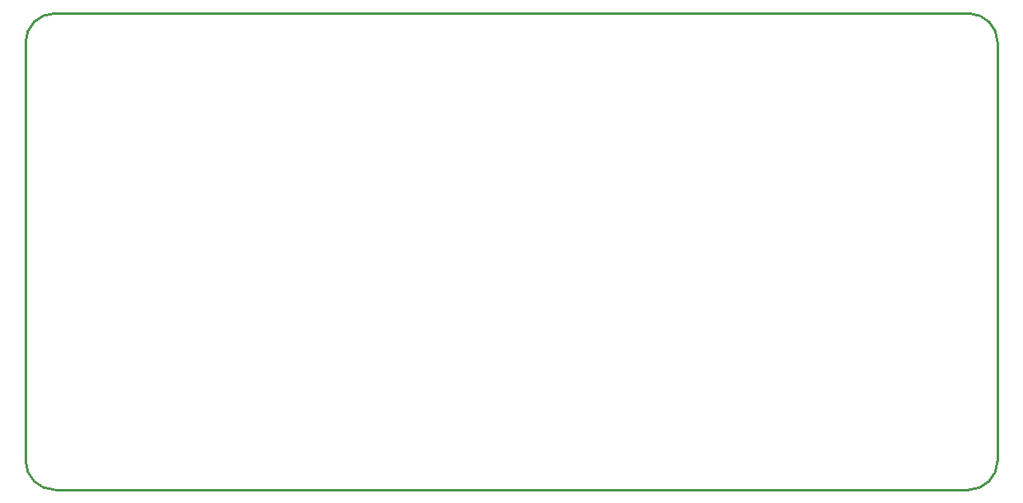
<source format=gbr>
%TF.GenerationSoftware,KiCad,Pcbnew,8.0.4*%
%TF.CreationDate,2024-08-08T17:50:05+02:00*%
%TF.ProjectId,global_vu,676c6f62-616c-45f7-9675-2e6b69636164,rev?*%
%TF.SameCoordinates,PX7b80360PY5a1f4a0*%
%TF.FileFunction,Profile,NP*%
%FSLAX46Y46*%
G04 Gerber Fmt 4.6, Leading zero omitted, Abs format (unit mm)*
G04 Created by KiCad (PCBNEW 8.0.4) date 2024-08-08 17:50:05*
%MOMM*%
%LPD*%
G01*
G04 APERTURE LIST*
%TA.AperFunction,Profile*%
%ADD10C,0.250000*%
%TD*%
G04 APERTURE END LIST*
D10*
X-100000000Y46000000D02*
G75*
G02*
X-96999999Y49000000I3000000J0D01*
G01*
X0Y45999999D02*
X0Y3000000D01*
X-96999999Y49000001D02*
X-3000001Y49000001D01*
X-100000000Y3000000D02*
X-100000000Y46000000D01*
X0Y3000000D02*
G75*
G02*
X-3000001Y0I-3000000J0D01*
G01*
X-3000001Y49000001D02*
G75*
G02*
X1Y45999999I1J-3000001D01*
G01*
X-3000001Y-1D02*
X-96999999Y-1D01*
X-96999999Y-1D02*
G75*
G02*
X-100000001Y3000000I-1J3000001D01*
G01*
M02*

</source>
